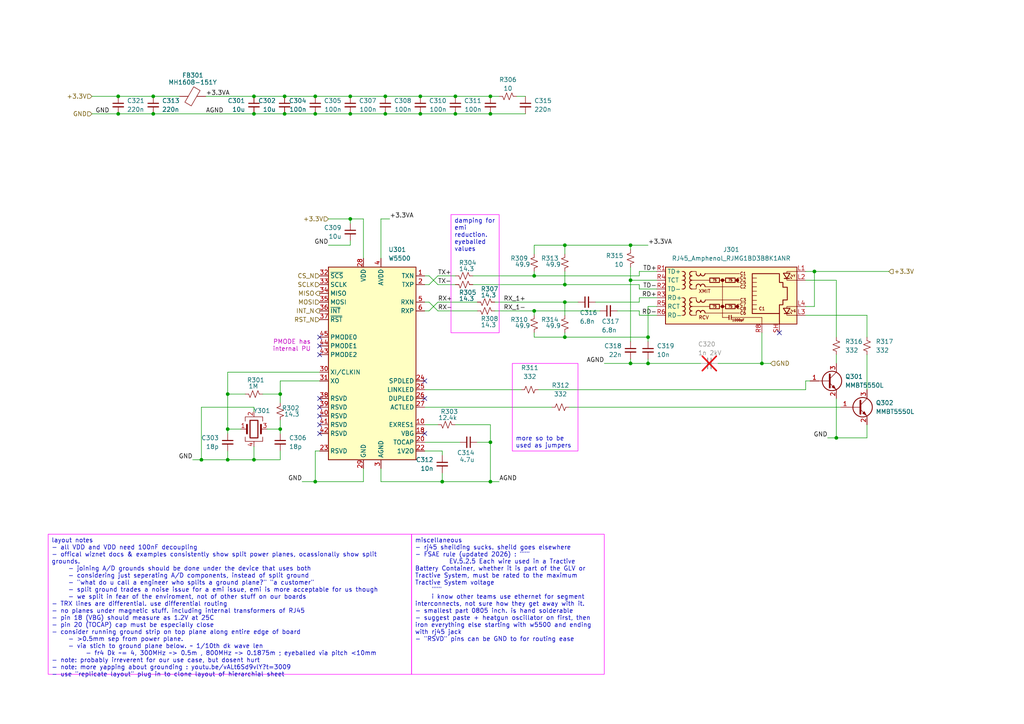
<source format=kicad_sch>
(kicad_sch (version 20250114) (generator "eeschema") (generator_version "9.0")
  (paper "A4")
  (title_block (title "spi ethernet controller") (date "2026-01-08") (rev "1.1") (company "UTA Racing") (comment 1 "Files at github.com/Gregification/BeeMS"))
  (text "PMODE has\ninternal PU" (at 90.17 98.552 0) (effects (font (size 1.27 1.27)) (justify right top)))
  (text_box "miscellaneous\n- rj45 sheilding sucks. sheild goes elsewhere\n- FSAE rule (updated 2026) : \"\"\"\n		EV.5.2.5 Each wire used in a Tractive Battery Container, whether it is part of the GLV or Tractive System, must be rated to the maximum Tractive System voltage\n	\"\"\"\n	i know other teams use ethernet for segment interconnects, not sure how they get away with it.\n- smallest part 0805 inch. is hand solderable\n- suggest paste + heatgun oscillator on first, then iron everything else starting with w5500 and ending with rj45 jack\n- \"RSVD\" pins can be GND to for routing ease" (at 119.38 154.94 0) (size 55.88 40.64) (margins 0.9525 0.9525 0.9525 0.9525) (stroke (width 0) (color 255 0 255 1)) (effects (font (size 1.27 1.27)) (justify left top)))
  (text_box "damping for emi reduction. eyeballed values" (at 130.81 62.23 0) (size 13.97 34.29) (margins 0.9525 0.9525 0.9525 0.9525) (stroke (width 0) (color 255 0 255 1)) (effects (font (size 1.27 1.27)) (justify left top)))
  (text_box "more so to be used as jumpers" (at 148.59 105.41 0) (size 19.05 25.4) (margins 0.9525 0.9525 0.9525 0.9525) (stroke (width 0) (color 255 0 255 1)) (effects (font (size 1.27 1.27)) (justify left bottom)))
  (text_box "layout notes\n- all VDD and VDD need 100nF decoupling\n- offical wiznet docs & examples consistently show split power planes, ocassionally show split grounds.\n	- joining A/D grounds should be done under the device that uses both\n	- considering just seperating A/D components, instead of split ground\n	- \"what do u call a engineer who splits a ground plane?\" \"a customer\"\n	- split ground trades a noise issue for a emi issue, emi is more acceptable for us though\n	- we split in fear of the enviroment, not of other stuff on our boards\n- TRX lines are differential. use differential routing\n- no planes under magnetic stuff. including internal transformers of RJ45\n- pin 18 (VBG) should measure as 1.2V at 25C\n- pin 20 (TOCAP) cap must be especially close\n- consider running ground strip on top plane along entire edge of board\n	- >0.5mm sep from power plane.\n	- via stich to ground plane below. ~ 1/10th dk wave len\n		- fr4 Dk ~= 4, 300MHz ~> 0.5m , 800MHz ~> 0.1875m ; eyeballed via pitch <10mm\n- note: probably irreverent for our use case, but dosent hurt\n- note: more yapping about grounding : youtu.be/vALt6Sd9vlY?t=3009\n- use \"replicate layout\" plug in to clone layout of hierarchial sheet" (at 13.97 154.94 0) (size 105.41 40.64) (margins 0.9525 0.9525 0.9525 0.9525) (stroke (width 0) (color 255 0 255 1)) (effects (font (size 1.27 1.27)) (justify left top)))
  (junction (at 81.28 124.46))
  (junction (at 163.83 97.79))
  (junction (at 163.83 82.55))
  (junction (at 128.27 139.7))
  (junction (at 132.08 27.94))
  (junction (at 121.92 33.02))
  (junction (at 142.24 27.94))
  (junction (at 142.24 33.02))
  (junction (at 91.44 33.02))
  (junction (at 154.94 90.17))
  (junction (at 101.6 63.5))
  (junction (at 44.45 27.94))
  (junction (at 73.66 33.02))
  (junction (at 154.94 80.01))
  (junction (at 66.04 114.3))
  (junction (at 182.88 71.12))
  (junction (at 111.76 27.94))
  (junction (at 101.6 27.94))
  (junction (at 34.29 27.94))
  (junction (at 91.44 27.94))
  (junction (at 220.98 105.41))
  (junction (at 142.24 139.7))
  (junction (at 111.76 33.02))
  (junction (at 142.24 128.27))
  (junction (at 73.66 133.35))
  (junction (at 82.55 33.02))
  (junction (at 163.83 87.63))
  (junction (at 66.04 124.46))
  (junction (at 182.88 105.41))
  (junction (at 132.08 33.02))
  (junction (at 236.22 78.74))
  (junction (at 163.83 71.12))
  (junction (at 91.44 139.7))
  (junction (at 66.04 133.35))
  (junction (at 242.57 127))
  (junction (at 73.66 27.94))
  (junction (at 121.92 27.94))
  (junction (at 101.6 33.02))
  (junction (at 58.42 133.35))
  (junction (at 182.88 81.28))
  (junction (at 44.45 33.02))
  (junction (at 187.96 97.79))
  (junction (at 187.96 105.41))
  (junction (at 34.29 33.02))
  (junction (at 81.28 114.3))
  (junction (at 82.55 27.94))
  (no_connect (at 92.71 115.57))
  (no_connect (at 92.71 123.19))
  (no_connect (at 92.71 120.65))
  (no_connect (at 92.71 100.33))
  (no_connect (at 226.06 96.52))
  (no_connect (at 123.19 125.73))
  (no_connect (at 92.71 102.87))
  (no_connect (at 123.19 110.49))
  (no_connect (at 92.71 125.73))
  (no_connect (at 92.71 97.79))
  (no_connect (at 92.71 118.11))
  (no_connect (at 123.19 115.57))
  (wire (pts (xy 182.88 81.28) (xy 182.88 99.06)))
  (wire (pts (xy 121.92 27.94) (xy 132.08 27.94)))
  (wire (pts (xy 163.83 71.12) (xy 154.94 71.12)))
  (wire (pts (xy 234.95 110.49) (xy 233.68 110.49)))
  (wire (pts (xy 143.51 87.63) (xy 163.83 87.63)))
  (wire (pts (xy 101.6 63.5) (xy 105.41 63.5)))
  (wire (pts (xy 101.6 33.02) (xy 111.76 33.02)))
  (wire (pts (xy 251.46 97.79) (xy 251.46 91.44)))
  (wire (pts (xy 69.85 124.46) (xy 66.04 124.46)))
  (wire (pts (xy 124.46 80.01) (xy 127 82.55)))
  (wire (pts (xy 66.04 107.95) (xy 66.04 114.3)))
  (wire (pts (xy 185.42 87.63) (xy 185.42 86.36)))
  (wire (pts (xy 66.04 114.3) (xy 66.04 124.46)))
  (wire (pts (xy 44.45 27.94) (xy 52.07 27.94)))
  (wire (pts (xy 55.88 133.35) (xy 58.42 133.35)))
  (wire (pts (xy 236.22 88.9) (xy 233.68 88.9)))
  (wire (pts (xy 77.47 124.46) (xy 81.28 124.46)))
  (wire (pts (xy 110.49 63.5) (xy 110.49 74.93)))
  (wire (pts (xy 124.46 82.55) (xy 127 80.01)))
  (wire (pts (xy 127 80.01) (xy 132.08 80.01)))
  (wire (pts (xy 59.69 27.94) (xy 73.66 27.94)))
  (wire (pts (xy 242.57 115.57) (xy 242.57 127)))
  (wire (pts (xy 182.88 81.28) (xy 190.5 81.28)))
  (wire (pts (xy 110.49 139.7) (xy 128.27 139.7)))
  (wire (pts (xy 58.42 118.11) (xy 58.42 133.35)))
  (wire (pts (xy 182.88 71.12) (xy 187.96 71.12)))
  (wire (pts (xy 163.83 71.12) (xy 182.88 71.12)))
  (wire (pts (xy 137.16 82.55) (xy 163.83 82.55)))
  (wire (pts (xy 82.55 33.02) (xy 91.44 33.02)))
  (wire (pts (xy 105.41 139.7) (xy 105.41 135.89)))
  (wire (pts (xy 101.6 64.77) (xy 101.6 63.5)))
  (wire (pts (xy 123.19 128.27) (xy 133.35 128.27)))
  (wire (pts (xy 111.76 33.02) (xy 121.92 33.02)))
  (wire (pts (xy 95.25 71.12) (xy 101.6 71.12)))
  (wire (pts (xy 123.19 113.03) (xy 151.13 113.03)))
  (wire (pts (xy 182.88 105.41) (xy 187.96 105.41)))
  (wire (pts (xy 156.21 113.03) (xy 233.68 113.03)))
  (wire (pts (xy 66.04 133.35) (xy 73.66 133.35)))
  (wire (pts (xy 236.22 78.74) (xy 257.81 78.74)))
  (wire (pts (xy 185.42 86.36) (xy 190.5 86.36)))
  (wire (pts (xy 163.83 82.55) (xy 163.83 78.74)))
  (wire (pts (xy 138.43 128.27) (xy 142.24 128.27)))
  (wire (pts (xy 208.28 105.41) (xy 220.98 105.41)))
  (wire (pts (xy 251.46 127) (xy 251.46 123.19)))
  (wire (pts (xy 242.57 102.87) (xy 242.57 105.41)))
  (wire (pts (xy 81.28 133.35) (xy 81.28 130.81)))
  (wire (pts (xy 101.6 27.94) (xy 111.76 27.94)))
  (wire (pts (xy 154.94 80.01) (xy 154.94 78.74)))
  (wire (pts (xy 127 90.17) (xy 138.43 90.17)))
  (wire (pts (xy 91.44 33.02) (xy 101.6 33.02)))
  (wire (pts (xy 82.55 27.94) (xy 91.44 27.94)))
  (wire (pts (xy 142.24 139.7) (xy 144.78 139.7)))
  (wire (pts (xy 91.44 130.81) (xy 91.44 139.7)))
  (wire (pts (xy 142.24 128.27) (xy 142.24 139.7)))
  (wire (pts (xy 185.42 80.01) (xy 185.42 78.74)))
  (wire (pts (xy 163.83 87.63) (xy 163.83 91.44)))
  (wire (pts (xy 240.03 127) (xy 242.57 127)))
  (wire (pts (xy 236.22 78.74) (xy 236.22 88.9)))
  (wire (pts (xy 242.57 127) (xy 251.46 127)))
  (wire (pts (xy 66.04 114.3) (xy 71.12 114.3)))
  (wire (pts (xy 185.42 82.55) (xy 185.42 83.82)))
  (wire (pts (xy 81.28 110.49) (xy 92.71 110.49)))
  (wire (pts (xy 163.83 97.79) (xy 163.83 96.52)))
  (wire (pts (xy 163.83 71.12) (xy 163.83 73.66)))
  (wire (pts (xy 185.42 78.74) (xy 190.5 78.74)))
  (wire (pts (xy 101.6 71.12) (xy 101.6 69.85)))
  (wire (pts (xy 73.66 133.35) (xy 81.28 133.35)))
  (wire (pts (xy 66.04 107.95) (xy 92.71 107.95)))
  (wire (pts (xy 187.96 88.9) (xy 190.5 88.9)))
  (wire (pts (xy 236.22 78.74) (xy 233.68 78.74)))
  (wire (pts (xy 154.94 97.79) (xy 163.83 97.79)))
  (wire (pts (xy 128.27 139.7) (xy 142.24 139.7)))
  (wire (pts (xy 123.19 87.63) (xy 124.46 87.63)))
  (wire (pts (xy 143.51 90.17) (xy 154.94 90.17)))
  (wire (pts (xy 142.24 33.02) (xy 152.4 33.02)))
  (wire (pts (xy 73.66 33.02) (xy 82.55 33.02)))
  (wire (pts (xy 91.44 27.94) (xy 101.6 27.94)))
  (wire (pts (xy 142.24 27.94) (xy 144.78 27.94)))
  (wire (pts (xy 154.94 90.17) (xy 173.99 90.17)))
  (wire (pts (xy 163.83 97.79) (xy 187.96 97.79)))
  (wire (pts (xy 187.96 99.06) (xy 187.96 97.79)))
  (wire (pts (xy 137.16 80.01) (xy 154.94 80.01)))
  (wire (pts (xy 73.66 129.54) (xy 73.66 133.35)))
  (wire (pts (xy 81.28 114.3) (xy 81.28 116.84)))
  (wire (pts (xy 110.49 63.5) (xy 113.03 63.5)))
  (wire (pts (xy 132.08 123.19) (xy 142.24 123.19)))
  (wire (pts (xy 121.92 33.02) (xy 132.08 33.02)))
  (wire (pts (xy 251.46 113.03) (xy 251.46 102.87)))
  (wire (pts (xy 132.08 27.94) (xy 142.24 27.94)))
  (wire (pts (xy 124.46 90.17) (xy 127 87.63)))
  (wire (pts (xy 73.66 118.11) (xy 73.66 119.38)))
  (wire (pts (xy 128.27 139.7) (xy 128.27 137.16)))
  (wire (pts (xy 58.42 133.35) (xy 66.04 133.35)))
  (wire (pts (xy 187.96 97.79) (xy 187.96 88.9)))
  (wire (pts (xy 44.45 33.02) (xy 73.66 33.02)))
  (wire (pts (xy 185.42 90.17) (xy 185.42 91.44)))
  (wire (pts (xy 163.83 87.63) (xy 167.64 87.63)))
  (wire (pts (xy 220.98 105.41) (xy 220.98 96.52)))
  (wire (pts (xy 185.42 83.82) (xy 190.5 83.82)))
  (wire (pts (xy 87.63 139.7) (xy 91.44 139.7)))
  (wire (pts (xy 149.86 27.94) (xy 152.4 27.94)))
  (wire (pts (xy 233.68 81.28) (xy 242.57 81.28)))
  (wire (pts (xy 91.44 130.81) (xy 92.71 130.81)))
  (wire (pts (xy 110.49 139.7) (xy 110.49 135.89)))
  (wire (pts (xy 175.26 105.41) (xy 182.88 105.41)))
  (wire (pts (xy 34.29 33.02) (xy 44.45 33.02)))
  (wire (pts (xy 123.19 123.19) (xy 127 123.19)))
  (wire (pts (xy 163.83 82.55) (xy 185.42 82.55)))
  (wire (pts (xy 220.98 105.41) (xy 223.52 105.41)))
  (wire (pts (xy 127 87.63) (xy 138.43 87.63)))
  (wire (pts (xy 233.68 91.44) (xy 251.46 91.44)))
  (wire (pts (xy 81.28 121.92) (xy 81.28 124.46)))
  (wire (pts (xy 73.66 27.94) (xy 82.55 27.94)))
  (wire (pts (xy 123.19 118.11) (xy 160.02 118.11)))
  (wire (pts (xy 127 82.55) (xy 132.08 82.55)))
  (wire (pts (xy 154.94 73.66) (xy 154.94 71.12)))
  (wire (pts (xy 185.42 91.44) (xy 190.5 91.44)))
  (wire (pts (xy 172.72 87.63) (xy 185.42 87.63)))
  (wire (pts (xy 81.28 125.73) (xy 81.28 124.46)))
  (wire (pts (xy 66.04 130.81) (xy 66.04 133.35)))
  (wire (pts (xy 179.07 90.17) (xy 185.42 90.17)))
  (wire (pts (xy 154.94 96.52) (xy 154.94 97.79)))
  (wire (pts (xy 81.28 110.49) (xy 81.28 114.3)))
  (wire (pts (xy 165.1 118.11) (xy 243.84 118.11)))
  (wire (pts (xy 111.76 27.94) (xy 121.92 27.94)))
  (wire (pts (xy 142.24 123.19) (xy 142.24 128.27)))
  (wire (pts (xy 233.68 113.03) (xy 233.68 110.49)))
  (wire (pts (xy 66.04 124.46) (xy 66.04 125.73)))
  (wire (pts (xy 182.88 71.12) (xy 182.88 72.39)))
  (wire (pts (xy 124.46 87.63) (xy 127 90.17)))
  (wire (pts (xy 123.19 90.17) (xy 124.46 90.17)))
  (wire (pts (xy 58.42 118.11) (xy 73.66 118.11)))
  (wire (pts (xy 128.27 130.81) (xy 123.19 130.81)))
  (wire (pts (xy 95.25 63.5) (xy 101.6 63.5)))
  (wire (pts (xy 187.96 105.41) (xy 187.96 104.14)))
  (wire (pts (xy 132.08 33.02) (xy 142.24 33.02)))
  (wire (pts (xy 182.88 105.41) (xy 182.88 104.14)))
  (wire (pts (xy 154.94 91.44) (xy 154.94 90.17)))
  (wire (pts (xy 128.27 132.08) (xy 128.27 130.81)))
  (wire (pts (xy 26.67 33.02) (xy 34.29 33.02)))
  (wire (pts (xy 182.88 77.47) (xy 182.88 81.28)))
  (wire (pts (xy 26.67 27.94) (xy 34.29 27.94)))
  (wire (pts (xy 91.44 139.7) (xy 105.41 139.7)))
  (wire (pts (xy 34.29 27.94) (xy 44.45 27.94)))
  (wire (pts (xy 105.41 63.5) (xy 105.41 74.93)))
  (wire (pts (xy 154.94 80.01) (xy 185.42 80.01)))
  (wire (pts (xy 187.96 105.41) (xy 203.2 105.41)))
  (wire (pts (xy 76.2 114.3) (xy 81.28 114.3)))
  (wire (pts (xy 123.19 80.01) (xy 124.46 80.01)))
  (wire (pts (xy 242.57 81.28) (xy 242.57 97.79)))
  (wire (pts (xy 123.19 82.55) (xy 124.46 82.55)))
  (label "TX+" (at 127 80.01 0))
  (label "AGND" (at 59.69 33.02 0))
  (label "+3.3VA" (at 59.69 27.94 0))
  (label "RX_1-" (at 146.05 90.17 0))
  (label "RX_1+" (at 146.05 87.63 0))
  (label "RD-" (at 190.5 91.44 180))
  (label "GND" (at 31.75 33.02 180))
  (label "GND" (at 95.25 71.12 180))
  (label "AGND" (at 144.78 139.7 0))
  (label "RX+" (at 127 87.63 0))
  (label "TX-" (at 127 82.55 0))
  (label "RD+" (at 190.5 86.36 180))
  (label "AGND" (at 175.26 105.41 180))
  (label "+3.3VA" (at 187.96 71.12 0))
  (label "TD+" (at 190.5 78.74 180))
  (label "GND" (at 240.03 127 180))
  (label "RX-" (at 127 90.17 0))
  (label "TD-" (at 190.5 83.82 180))
  (label "+3.3VA" (at 113.03 63.5 0))
  (label "GND" (at 55.88 133.35 180))
  (label "GND" (at 87.63 139.7 180))
  (hierarchical_label "GND" (shape input) (at 223.52 105.41 0))
  (hierarchical_label "+3.3V" (shape input) (at 95.25 63.5 180))
  (hierarchical_label "RST_N" (shape input) (at 92.71 92.71 180))
  (hierarchical_label "MISO" (shape output) (at 92.71 85.09 180))
  (hierarchical_label "+3.3V" (shape input) (at 257.81 78.74 0))
  (hierarchical_label "GND" (shape input) (at 26.67 33.02 180))
  (hierarchical_label "MOSI" (shape input) (at 92.71 87.63 180))
  (hierarchical_label "+3.3V" (shape input) (at 26.67 27.94 180))
  (hierarchical_label "SCLK" (shape input) (at 92.71 82.55 180))
  (hierarchical_label "INT_N" (shape output) (at 92.71 90.17 180))
  (hierarchical_label "CS_N" (shape input) (at 92.71 80.01 180))
  (symbol (lib_id "Device:R_Small_US") (at 182.88 74.93 0) (mirror y) (unit 1)
    (property "Reference" "R315" (at 180.848 74.168 0) (effects (justify left)))
    (property "Value" "10" (at 180.848 76.708 0) (effects (justify left)))
    (property "Footprint" "Resistor_SMD:R_0805_2012Metric_Pad1.20x1.40mm_HandSolder" (effects (hide yes)))
    (property "Description" "Resistor, US symbol" (effects (hide yes)))
    (property "mouser" "https://www.mouser.com/ProductDetail/KOA-Speer/RK73H2ATTD10R0F?qs=sGAEpiMZZMvdGkrng054t0qbyaLLndygtMfKrqE8ToI%3D" (effects (hide yes)))
    (property "specs" "10R, 150V, 250mW, 1%, 100ppm, -55C, +155C" (effects (hide yes)))
    (property "unit x1" "0.10" (effects (hide yes)))
    (property "unit x10" "0.02" (effects (hide yes)))
    (instances (project "W5500 testing" (path "" (reference "R315") (unit 1))) (project "W5500 testing" (path "" (reference "R?") (unit 1))))
  )
  (symbol (lib_id "Device:R_Small_US") (at 134.62 82.55 90) (mirror x) (unit 1)
    (property "Reference" "R305" (at 133.096 84.836 90) (effects (justify right)))
    (property "Value" "14.3" (at 133.096 86.614 90) (effects (justify right)))
    (property "Footprint" "Resistor_SMD:R_0805_2012Metric_Pad1.20x1.40mm_HandSolder" (effects (hide yes)))
    (property "Description" "Resistor, US symbol" (effects (hide yes)))
    (property "mouser" "https://www.mouser.com/ProductDetail/KOA-Speer/RK73H2ATTD14R3F?qs=sGAEpiMZZMvdGkrng054tzl5geC4ftCS2xF%2Fs66%2F7iY%3D" (effects (hide yes)))
    (property "specs" "14.3R, 250mW, 1%, 100ppm, 150V, -55C, +155C" (effects (hide yes)))
    (property "unit x1" "0.10" (effects (hide yes)))
    (property "unit x10" "0.02" (effects (hide yes)))
    (instances (project "W5500 testing" (path "" (reference "R305") (unit 1))) (project "W5500 testing" (path "" (reference "R?") (unit 1))))
  )
  (symbol (lib_id "Interface_Ethernet:W5500") (at 107.95 105.41 0) (unit 1)
    (property "Reference" "U301" (at 112.6333 72.39 0) (effects (justify left)))
    (property "Value" "W5500" (at 112.6333 74.93 0) (effects (justify left)))
    (property "Footprint" "Package_QFP:LQFP-48_7x7mm_P0.5mm" (effects (hide yes)))
    (property "Datasheet" "http://wizwiki.net/wiki/lib/exe/fetch.php/products:w5500:w5500_ds_v109e.pdf" (effects (hide yes)))
    (property "Description" "10/100Mb SPI Ethernet controller with TCP/IP stack, LQFP-48" (effects (hide yes)))
    (property "mouser" "https://www.mouser.com/ProductDetail/WIZnet/W5500?qs=2vh%252B45pPFtzthUpYPd4pqA%3D%3D&srsltid=AfmBOooS_FwSksJzNIrEWxsXr2WyGB4jGlrzDUdR5nOADXI-EfhrY8FA" (effects (hide yes)))
    (property "unit x10" "2.77" (effects (hide yes)))
    (property "unit x1" "3.67" (effects (hide yes)))
    (instances (project "W5500 testing" (path "" (reference "U301") (unit 1))) (project "W5500 testing" (path "" (reference "U?") (unit 1))))
  )
  (symbol (lib_id "Device:C_Small") (at 73.66 30.48 0) (mirror y) (unit 1)
    (property "Reference" "C301" (at 71.12 29.2162 0) (effects (justify left)))
    (property "Value" "10u" (at 71.12 31.7562 0) (effects (justify left)))
    (property "Footprint" "Capacitor_SMD:C_1206_3216Metric_Pad1.33x1.80mm_HandSolder" (effects (hide yes)))
    (property "mouser" "https://www.mouser.com/ProductDetail/Samsung-Electro-Mechanics/CL31A106KBHNNNE?qs=sGAEpiMZZMsh%252B1woXyUXjxqcB7t9naYpzWmpMbMJIKQ%3D" (effects (hide yes)))
    (property "specs" "10uF, 50VDC, X5R, 10%, -55C, +85C" (effects (hide yes)))
    (property "unit x10" "0.07" (effects (hide yes)))
    (property "unit x1" "0.10" (effects (hide yes)))
    (instances (project "W5500 testing" (path "" (reference "C301") (unit 1))) (project "W5500 testing" (path "" (reference "C?") (unit 1))))
  )
  (symbol (lib_id "Device:R_Small_US") (at 251.46 100.33 0) (unit 1)
    (property "Reference" "R317" (at 254 99.0599 0) (effects (justify left)))
    (property "Value" "332" (at 254 101.5999 0) (effects (justify left)))
    (property "Footprint" "Resistor_SMD:R_1206_3216Metric_Pad1.30x1.75mm_HandSolder" (effects (hide yes)))
    (property "Description" "Resistor, small US symbol" (effects (hide yes)))
    (property "specs" "332 ohm, 250mW, 200V, 1%, 100ppm, -55C, +155C" (effects (hide yes)))
    (property "mouser" "https://www.mouser.com/ProductDetail/YAGEO/AC1206FR-07332RL?qs=sGAEpiMZZMvdGkrng054txZnKwhPFOhA4suuzGTX%2F2A%3D" (effects (hide yes)))
    (property "unit x10" "0.016" (effects (hide yes)))
    (property "unit x1" "0.10" (effects (hide yes)))
    (instances (project "W5500 testing" (path "" (reference "R317") (unit 1))) (project "W5500 testing" (path "" (reference "R?") (unit 1))))
  )
  (symbol (lib_id "Device:R_Small_US") (at 81.28 119.38 0) (mirror x) (unit 1)
    (property "Reference" "R302" (at 86.868 118.364 0) (effects (justify right)))
    (property "Value" "14.3" (at 86.868 120.142 0) (effects (justify right)))
    (property "Footprint" "Resistor_SMD:R_0805_2012Metric_Pad1.20x1.40mm_HandSolder" (effects (hide yes)))
    (property "Description" "Resistor, US symbol" (effects (hide yes)))
    (property "mouser" "https://www.mouser.com/ProductDetail/KOA-Speer/RK73H2ATTD14R3F?qs=sGAEpiMZZMvdGkrng054tzl5geC4ftCS2xF%2Fs66%2F7iY%3D" (effects (hide yes)))
    (property "specs" "14.3R, 250mW, 1%, 100ppm, 150V, -55C, +155C" (effects (hide yes)))
    (property "unit x1" "0.10" (effects (hide yes)))
    (property "unit x10" "0.02" (effects (hide yes)))
    (instances (project "W5500 testing" (path "" (reference "R302") (unit 1))) (project "W5500 testing" (path "" (reference "R?") (unit 1))))
  )
  (symbol (lib_id "Device:FerriteBead") (at 55.88 27.94 90) (unit 1)
    (property "Reference" "FB301" (at 55.9308 21.844 90))
    (property "Value" "MH1608-151Y" (at 55.88 23.876 90))
    (property "Footprint" "Inductor_SMD:L_0603_1608Metric_Pad1.05x0.95mm_HandSolder" (effects (hide yes)))
    (property "Description" "Ferrite bead" (effects (hide yes)))
    (property "specs" "150R@100Mhz +-25%, 0.1@DC, 2A max, -55C, +125C" (effects (hide yes)))
    (property "mouser" "https://www.mouser.com/ProductDetail/Bourns/MH1608-151Y?qs=aqFbwuCjQomGpgiGtpDD0g%3D%3D" (effects (hide yes)))
    (property "unit x1" "0.10" (effects (hide yes)))
    (property "unit x10" "0.07" (effects (hide yes)))
    (property "unit x25" "0.055" (effects (hide yes)))
  )
  (symbol (lib_id "Device:C_Small") (at 132.08 30.48 0) (mirror y) (unit 1)
    (property "Reference" "C310" (at 129.54 29.2162 0) (effects (justify left)))
    (property "Value" "100n" (at 129.54 31.7562 0) (effects (justify left)))
    (property "Footprint" "Capacitor_SMD:C_0603_1608Metric_Pad1.08x0.95mm_HandSolder" (effects (hide yes)))
    (property "mouser" "https://www.mouser.com/ProductDetail/Wurth-Elektronik/885012206095?qs=0KOYDY2FL2%2FIErXVpcsrTQ%3D%3D" (effects (hide yes)))
    (property "specs" "100nF, 10%, 50V, X7R, -55C, +125C" (effects (hide yes)))
    (property "unit x10" "0.029" (effects (hide yes)))
    (property "unit x1" "0.10" (effects (hide yes)))
    (property "unit x50" "0.02" (effects (hide yes)))
    (property "unit x100" "0.017" (effects (hide yes)))
    (instances (project "W5500 testing" (path "" (reference "C310") (unit 1))) (project "W5500 testing" (path "" (reference "C?") (unit 1))))
  )
  (symbol (lib_id "Device:C_Small") (at 182.88 101.6 0) (mirror y) (unit 1)
    (property "Reference" "C318" (at 180.34 100.3362 0) (effects (justify left)))
    (property "Value" "22n" (at 180.34 102.8762 0) (effects (justify left)))
    (property "Footprint" "Capacitor_SMD:C_0805_2012Metric_Pad1.18x1.45mm_HandSolder" (effects (hide yes)))
    (property "mouser" "https://www.mouser.com/ProductDetail/Samsung-Electro-Mechanics/CL21B223JBANNNC?qs=hqM3L16%252Bxle%2FHRWqvvaDSA%3D%3D" (effects (hide yes)))
    (property "specs" "22nF, 50Vdc, 5%, X7R, MLCC" (effects (hide yes)))
    (property "unit x10" "0.027" (effects (hide yes)))
    (property "unit x1" "0.10" (effects (hide yes)))
    (instances (project "W5500 testing" (path "" (reference "C318") (unit 1))) (project "W5500 testing" (path "" (reference "C?") (unit 1))))
  )
  (symbol (lib_id "Device:R_Small_US") (at 154.94 93.98 0) (mirror x) (unit 1)
    (property "Reference" "R310" (at 153.162 92.71 0) (effects (justify right)))
    (property "Value" "49.9" (at 149.352 94.488 0) (effects (justify left)))
    (property "Footprint" "Resistor_SMD:R_0805_2012Metric_Pad1.20x1.40mm_HandSolder" (effects (hide yes)))
    (property "Description" "Resistor, US symbol" (effects (hide yes)))
    (property "mouser" "https://www.mouser.com/ProductDetail/Vishay/CRCW080549R9FKEA?qs=sGAEpiMZZMvdGkrng054txEw7b1YnvGudG63Yk9YxfA%3D" (effects (hide yes)))
    (property "specs" "49.9 ohm, 250mW, 1% , 150V, 100ppm" (effects (hide yes)))
    (property "unit x10" "0.026" (effects (hide yes)))
    (property "unit x1" "0.1" (effects (hide yes)))
    (instances (project "W5500 testing" (path "" (reference "R310") (unit 1))) (project "W5500 testing" (path "" (reference "R?") (unit 1))))
  )
  (symbol (lib_id "Transistor_BJT:MMBT5550L") (at 248.92 118.11 0) (unit 1)
    (property "Reference" "Q302" (at 254 116.8399 0) (effects (justify left)))
    (property "Value" "MMBT5550L" (at 254 119.3799 0) (effects (justify left)))
    (property "Footprint" "Package_TO_SOT_SMD:SOT-23" (effects (hide yes)))
    (property "Datasheet" "www.onsemi.com/pub/Collateral/MMBT5550LT1-D.PDF" (effects (hide yes)))
    (property "Description" "0.6A Ic, 140V Vce, NPN Transistor, SOT-23" (effects (hide yes)))
    (property "mouser" "https://www.mouser.com/ProductDetail/onsemi/MMBT5550LT1G?qs=R2UZ7gjkEjKW3fmkaqXxTw%3D%3D" (effects (hide yes)))
    (property "unit x10" "0.087" (effects (hide yes)))
    (property "unit x1" "0.14" (effects (hide yes)))
    (instances (project "W5500 testing" (path "" (reference "Q302") (unit 1))) (project "W5500 testing" (path "" (reference "Q?") (unit 1))))
  )
  (symbol (lib_id "Device:C_Small") (at 121.92 30.48 0) (mirror y) (unit 1)
    (property "Reference" "C308" (at 119.38 29.2162 0) (effects (justify left)))
    (property "Value" "100n" (at 119.38 31.7562 0) (effects (justify left)))
    (property "Footprint" "Capacitor_SMD:C_0603_1608Metric_Pad1.08x0.95mm_HandSolder" (effects (hide yes)))
    (property "mouser" "https://www.mouser.com/ProductDetail/Wurth-Elektronik/885012206095?qs=0KOYDY2FL2%2FIErXVpcsrTQ%3D%3D" (effects (hide yes)))
    (property "specs" "100nF, 10%, 50V, X7R, -55C, +125C" (effects (hide yes)))
    (property "unit x10" "0.029" (effects (hide yes)))
    (property "unit x1" "0.10" (effects (hide yes)))
    (property "unit x50" "0.02" (effects (hide yes)))
    (property "unit x100" "0.017" (effects (hide yes)))
    (instances (project "W5500 testing" (path "" (reference "C308") (unit 1))) (project "W5500 testing" (path "" (reference "C?") (unit 1))))
  )
  (symbol (lib_id "Device:Crystal_GND24") (at 73.66 124.46 0) (unit 1)
    (property "Reference" "Y301" (at 75.946 119.126 0))
    (property "Value" "Crystal_GND24" (effects (hide yes)))
    (property "Footprint" "Crystal:Crystal_SMD_2016-4Pin_2.0x1.6mm" (effects (hide yes)))
    (property "Datasheet" "https://www.mouser.com/datasheet/3/294/1/ecx_1637.pdf" (effects (hide yes)))
    (property "Description" "Four pin crystal, GND on pins 2 and 4" (effects (hide yes)))
    (property "note" "i just realized mouser redirects datasheet links while digikey actually direct links to the manufacturer. its over mouser-bros, glowies quepon us" (effects (hide yes)))
    (property "mouser" "https://www.mouser.com/ProductDetail/ECS/ECS-250-10-37-JTN-TR?qs=wd5RIQLrsJj4twaawhdQqA%3D%3D&srsltid=AfmBOooSZat7ufaqYor3ubAk9rheod9cKZi13Bf2WCkAg_ansLX3aDbZ" (effects (hide yes)))
    (property "unit x1" "0.51" (effects (hide yes)))
    (property "unit x10" "0.422" (effects (hide yes)))
    (instances (project "" (path "" (reference "Y301") (unit 1))) (project "" (path "" (reference "Y?") (unit 1))))
  )
  (symbol (lib_id "Device:C_Small") (at 91.44 30.48 0) (mirror y) (unit 1)
    (property "Reference" "C304" (at 88.9 29.2162 0) (effects (justify left)))
    (property "Value" "100n" (at 88.9 31.7562 0) (effects (justify left)))
    (property "Footprint" "Capacitor_SMD:C_0603_1608Metric_Pad1.08x0.95mm_HandSolder" (effects (hide yes)))
    (property "mouser" "https://www.mouser.com/ProductDetail/Wurth-Elektronik/885012206095?qs=0KOYDY2FL2%2FIErXVpcsrTQ%3D%3D" (effects (hide yes)))
    (property "specs" "100nF, 10%, 50V, X7R, -55C, +125C" (effects (hide yes)))
    (property "unit x10" "0.029" (effects (hide yes)))
    (property "unit x1" "0.10" (effects (hide yes)))
    (property "unit x50" "0.02" (effects (hide yes)))
    (property "unit x100" "0.017" (effects (hide yes)))
    (instances (project "W5500 testing" (path "" (reference "C304") (unit 1))) (project "W5500 testing" (path "" (reference "C?") (unit 1))))
  )
  (symbol (lib_id "Device:C_Small") (at 170.18 87.63 90) (mirror x) (unit 1)
    (property "Reference" "C316" (at 168.148 90.678 90) (effects (justify right)))
    (property "Value" "6.8n" (at 168.148 93.218 90) (effects (justify right)))
    (property "Footprint" "Capacitor_SMD:C_0805_2012Metric_Pad1.18x1.45mm_HandSolder" (effects (hide yes)))
    (property "mouser" "https://www.mouser.com/ProductDetail/Murata-Electronics/GRM2195C2A682JA01D?qs=rrS6PyfT74cP1xu8goU9mQ%3D%3D" (effects (hide yes)))
    (property "specs" "6800pF, 5%, 100VDC, -55C, +125C, MLCC" (effects (hide yes)))
    (property "unit x10" "0.039" (effects (hide yes)))
    (property "unit x1" "0.10" (effects (hide yes)))
    (instances (project "W5500 testing" (path "" (reference "C316") (unit 1))) (project "W5500 testing" (path "" (reference "C?") (unit 1))))
  )
  (symbol (lib_id "Device:R_Small_US") (at 129.54 123.19 90) (mirror x) (unit 1)
    (property "Reference" "R303" (at 127.762 119.38 90) (effects (justify right)))
    (property "Value" "12.4k" (at 132.588 121.158 90) (effects (justify left)))
    (property "Footprint" "Resistor_SMD:R_0805_2012Metric_Pad1.20x1.40mm_HandSolder" (effects (hide yes)))
    (property "Description" "Resistor, US symbol" (effects (hide yes)))
    (property "mouser" "https://www.mouser.com/ProductDetail/Susumu/RR1220P-1242-D-M?qs=sGAEpiMZZMvdGkrng054t0uOsFOTJMhbkKY3D7%2FGR%2FA%3D" (effects (hide yes)))
    (property "specs" "12.4k ohm, 0.5%, 100mW, 100V, 25ppm, -55C, +125C" (effects (hide yes)))
    (property "unit x10" "0.028" (effects (hide yes)))
    (property "unit x1" "0.1" (effects (hide yes)))
    (instances (project "W5500 testing" (path "" (reference "R303") (unit 1))) (project "W5500 testing" (path "" (reference "R?") (unit 1))))
  )
  (symbol (lib_id "Device:C_Small") (at 152.4 30.48 0) (unit 1)
    (property "Reference" "C315" (at 154.94 29.2162 0) (effects (justify left)))
    (property "Value" "220n" (at 154.94 31.7562 0) (effects (justify left)))
    (property "Footprint" "Capacitor_SMD:C_0805_2012Metric_Pad1.18x1.45mm_HandSolder" (effects (hide yes)))
    (property "Datasheet" "https://www.mouser.com/ProductDetail/Samsung-Electro-Mechanics/CL31B224KBFNNNF?qs=sGAEpiMZZMsh%252B1woXyUXj7iNKXiFkBmw7C%252BUlKpuDJ8%3D" (effects (hide yes)))
    (property "mouser" "https://www.mouser.com/ProductDetail/Samsung-Electro-Mechanics/CL21B224KCFSFNE?qs=664zcAxDQ0l4Y1eUk6Zc1g%3D%3D" (effects (hide yes)))
    (property "specs" "100VDC, X7R, 10%, -55C, +125C, 220nF" (effects (hide yes)))
    (property "unit x10" "0.054" (effects (hide yes)))
    (property "unit x1" "0.14" (effects (hide yes)))
  )
  (symbol (lib_id "Device:R_Small_US") (at 154.94 76.2 0) (mirror x) (unit 1)
    (property "Reference" "R309" (at 153.162 74.93 0) (effects (justify right)))
    (property "Value" "49.9" (at 149.352 76.708 0) (effects (justify left)))
    (property "Footprint" "Resistor_SMD:R_0805_2012Metric_Pad1.20x1.40mm_HandSolder" (effects (hide yes)))
    (property "Description" "Resistor, US symbol" (effects (hide yes)))
    (property "mouser" "https://www.mouser.com/ProductDetail/Vishay/CRCW080549R9FKEA?qs=sGAEpiMZZMvdGkrng054txEw7b1YnvGudG63Yk9YxfA%3D" (effects (hide yes)))
    (property "specs" "49.9 ohm, 250mW, 1% , 150V, 100ppm" (effects (hide yes)))
    (property "unit x10" "0.026" (effects (hide yes)))
    (property "unit x1" "0.1" (effects (hide yes)))
    (instances (project "W5500 testing" (path "" (reference "R309") (unit 1))) (project "W5500 testing" (path "" (reference "R?") (unit 1))))
  )
  (symbol (lib_id "Device:C_Small") (at 142.24 30.48 0) (mirror y) (unit 1)
    (property "Reference" "C311" (at 139.7 29.2162 0) (effects (justify left)))
    (property "Value" "100n" (at 139.7 31.7562 0) (effects (justify left)))
    (property "Footprint" "Capacitor_SMD:C_0603_1608Metric_Pad1.08x0.95mm_HandSolder" (effects (hide yes)))
    (property "mouser" "https://www.mouser.com/ProductDetail/Wurth-Elektronik/885012206095?qs=0KOYDY2FL2%2FIErXVpcsrTQ%3D%3D" (effects (hide yes)))
    (property "specs" "100nF, 10%, 50V, X7R, -55C, +125C" (effects (hide yes)))
    (property "unit x10" "0.029" (effects (hide yes)))
    (property "unit x1" "0.10" (effects (hide yes)))
    (property "unit x50" "0.02" (effects (hide yes)))
    (property "unit x100" "0.017" (effects (hide yes)))
    (instances (project "W5500 testing" (path "" (reference "C311") (unit 1))) (project "W5500 testing" (path "" (reference "C?") (unit 1))))
  )
  (symbol (lib_id "Device:R_Small_US") (at 242.57 100.33 180) (unit 1)
    (property "Reference" "R316" (at 245.11 99.0599 0) (effects (justify right)))
    (property "Value" "332" (at 245.11 101.5999 0) (effects (justify right)))
    (property "Footprint" "Resistor_SMD:R_1206_3216Metric_Pad1.30x1.75mm_HandSolder" (effects (hide yes)))
    (property "Description" "Resistor, small US symbol" (effects (hide yes)))
    (property "specs" "332 ohm, 250mW, 200V, 1%, 100ppm, -55C, +155C" (effects (hide yes)))
    (property "mouser" "https://www.mouser.com/ProductDetail/YAGEO/AC1206FR-07332RL?qs=sGAEpiMZZMvdGkrng054txZnKwhPFOhA4suuzGTX%2F2A%3D" (effects (hide yes)))
    (property "unit x10" "0.016" (effects (hide yes)))
    (property "unit x1" "0.10" (effects (hide yes)))
    (instances (project "W5500 testing" (path "" (reference "R316") (unit 1))) (project "W5500 testing" (path "" (reference "R?") (unit 1))))
  )
  (symbol (lib_id "Device:C_Small") (at 128.27 134.62 0) (mirror y) (unit 1)
    (property "Reference" "C312" (at 125.73 133.3562 0) (effects (justify left)))
    (property "Value" "10n" (at 125.73 135.8962 0) (effects (justify left)))
    (property "Footprint" "Capacitor_SMD:C_0805_2012Metric_Pad1.18x1.45mm_HandSolder" (effects (hide yes)))
    (property "mouser" "https://www.mouser.com/ProductDetail/KYOCERA-AVX/08051C103J4Z2A?qs=k4kUdCzLgS7mcJ89o4qEaA%3D%3D" (effects (hide yes)))
    (property "specs" "10nF, 5%, 100VDC, X7R, MLCC" (effects (hide yes)))
    (property "unit x10" "0.04" (effects (hide yes)))
    (property "unit x1" "0.10" (effects (hide yes)))
    (instances (project "W5500 testing" (path "" (reference "C312") (unit 1))) (project "W5500 testing" (path "" (reference "C?") (unit 1))))
  )
  (symbol (lib_id "Device:C_Small") (at 34.29 30.48 0) (unit 1)
    (property "Reference" "C321" (at 36.83 29.2162 0) (effects (justify left)))
    (property "Value" "220n" (at 36.83 31.7562 0) (effects (justify left)))
    (property "Footprint" "Capacitor_SMD:C_0805_2012Metric_Pad1.18x1.45mm_HandSolder" (effects (hide yes)))
    (property "Datasheet" "https://www.mouser.com/ProductDetail/Samsung-Electro-Mechanics/CL31B224KBFNNNF?qs=sGAEpiMZZMsh%252B1woXyUXj7iNKXiFkBmw7C%252BUlKpuDJ8%3D" (effects (hide yes)))
    (property "mouser" "https://www.mouser.com/ProductDetail/Samsung-Electro-Mechanics/CL21B224KCFSFNE?qs=664zcAxDQ0l4Y1eUk6Zc1g%3D%3D" (effects (hide yes)))
    (property "specs" "100VDC, X7R, 10%, -55C, +125C, 220nF" (effects (hide yes)))
    (property "unit x10" "0.054" (effects (hide yes)))
    (property "unit x1" "0.14" (effects (hide yes)))
  )
  (symbol (lib_id "Device:R_Small_US") (at 134.62 80.01 270) (mirror x) (unit 1)
    (property "Reference" "R304" (at 133.096 76.2 90) (effects (justify left)))
    (property "Value" "14.3" (at 133.096 77.978 90) (effects (justify left)))
    (property "Footprint" "Resistor_SMD:R_0805_2012Metric_Pad1.20x1.40mm_HandSolder" (effects (hide yes)))
    (property "Description" "Resistor, US symbol" (effects (hide yes)))
    (property "mouser" "https://www.mouser.com/ProductDetail/KOA-Speer/RK73H2ATTD14R3F?qs=sGAEpiMZZMvdGkrng054tzl5geC4ftCS2xF%2Fs66%2F7iY%3D" (effects (hide yes)))
    (property "specs" "14.3R, 250mW, 1%, 100ppm, 150V, -55C, +155C" (effects (hide yes)))
    (property "unit x1" "0.10" (effects (hide yes)))
    (property "unit x10" "0.02" (effects (hide yes)))
    (instances (project "W5500 testing" (path "" (reference "R304") (unit 1))) (project "W5500 testing" (path "" (reference "R?") (unit 1))))
  )
  (symbol (lib_id "Device:R_Small_US") (at 147.32 27.94 270) (mirror x) (unit 1)
    (property "Reference" "R306" (at 147.32 23.114 90))
    (property "Value" "10" (at 147.32 25.654 90))
    (property "Footprint" "Resistor_SMD:R_0805_2012Metric_Pad1.20x1.40mm_HandSolder" (effects (hide yes)))
    (property "Description" "Resistor, US symbol" (effects (hide yes)))
    (property "mouser" "https://www.mouser.com/ProductDetail/KOA-Speer/RK73H2ATTD10R0F?qs=sGAEpiMZZMvdGkrng054t0qbyaLLndygtMfKrqE8ToI%3D" (effects (hide yes)))
    (property "specs" "10R, 150V, 250mW, 1%, 100ppm, -55C, +155C" (effects (hide yes)))
    (property "unit x1" "0.10" (effects (hide yes)))
    (property "unit x10" "0.02" (effects (hide yes)))
  )
  (symbol (lib_id "Device:C_Small") (at 205.74 105.41 270) (mirror x) (unit 1) (in_bom no) (on_board no) (dnp yes)
    (property "Reference" "C320" (at 202.438 99.822 90) (effects (justify left)))
    (property "Value" "1n 2kV" (at 202.438 102.362 90) (effects (justify left)))
    (property "Footprint" "Capacitor_SMD:C_1206_3216Metric_Pad1.33x1.80mm_HandSolder" (effects (hide yes)))
    (property "mouser" "https://www.mouser.com/ProductDetail/YAGEO/CC1206JKX7RDBB102?qs=57cj7OiSijkgvK2TDpNpEA%3D%3D" (effects (hide yes)))
    (property "specs" "1n, 2kVDC, 5%, x7r, mlcc" (effects (hide yes)))
    (property "unit x10" "0.11" (effects (hide yes)))
    (property "unit x1" "0.26" (effects (hide yes)))
    (instances (project "W5500 testing" (path "" (reference "C320") (unit 1))) (project "W5500 testing" (path "" (reference "C?") (unit 1))))
  )
  (symbol (lib_id "Device:R_Small_US") (at 140.97 87.63 270) (mirror x) (unit 1)
    (property "Reference" "R307" (at 139.446 83.82 90) (effects (justify left)))
    (property "Value" "14.3" (at 139.446 85.598 90) (effects (justify left)))
    (property "Footprint" "Resistor_SMD:R_0805_2012Metric_Pad1.20x1.40mm_HandSolder" (effects (hide yes)))
    (property "Description" "Resistor, US symbol" (effects (hide yes)))
    (property "mouser" "https://www.mouser.com/ProductDetail/KOA-Speer/RK73H2ATTD14R3F?qs=sGAEpiMZZMvdGkrng054tzl5geC4ftCS2xF%2Fs66%2F7iY%3D" (effects (hide yes)))
    (property "specs" "14.3R, 250mW, 1%, 100ppm, 150V, -55C, +155C" (effects (hide yes)))
    (property "unit x1" "0.10" (effects (hide yes)))
    (property "unit x10" "0.02" (effects (hide yes)))
    (instances (project "W5500 testing" (path "" (reference "R307") (unit 1))) (project "W5500 testing" (path "" (reference "R?") (unit 1))))
  )
  (symbol (lib_id "Device:C_Small") (at 44.45 30.48 0) (unit 1)
    (property "Reference" "C313" (at 46.99 29.2162 0) (effects (justify left)))
    (property "Value" "220n" (at 46.99 31.7562 0) (effects (justify left)))
    (property "Footprint" "Capacitor_SMD:C_0805_2012Metric_Pad1.18x1.45mm_HandSolder" (effects (hide yes)))
    (property "Datasheet" "https://www.mouser.com/ProductDetail/Samsung-Electro-Mechanics/CL31B224KBFNNNF?qs=sGAEpiMZZMsh%252B1woXyUXj7iNKXiFkBmw7C%252BUlKpuDJ8%3D" (effects (hide yes)))
    (property "mouser" "https://www.mouser.com/ProductDetail/Samsung-Electro-Mechanics/CL21B224KCFSFNE?qs=664zcAxDQ0l4Y1eUk6Zc1g%3D%3D" (effects (hide yes)))
    (property "specs" "100VDC, X7R, 10%, -55C, +125C, 220nF" (effects (hide yes)))
    (property "unit x10" "0.054" (effects (hide yes)))
    (property "unit x1" "0.14" (effects (hide yes)))
  )
  (symbol (lib_id "Device:C_Small") (at 66.04 128.27 0) (mirror y) (unit 1)
    (property "Reference" "C303" (at 63.5 127.0062 0) (effects (justify left)))
    (property "Value" "18p" (at 63.5 129.5462 0) (effects (justify left)))
    (property "Footprint" "Capacitor_SMD:C_0805_2012Metric_Pad1.18x1.45mm_HandSolder" (effects (hide yes)))
    (property "mouser" "https://www.mouser.com/ProductDetail/Walsin/0805N180F500CT?qs=sGAEpiMZZMsh%252B1woXyUXj9Vc%2FsqQGnyVu5vt83N1H%2FU%3D" (effects (hide yes)))
    (property "specs" "18pF, 50VDC, 1%, -55C, +125C" (effects (hide yes)))
    (property "unit x10" "0.076" (effects (hide yes)))
    (property "unit x1" "0.13" (effects (hide yes)))
    (instances (project "W5500 testing" (path "" (reference "C303") (unit 1))) (project "W5500 testing" (path "" (reference "C?") (unit 1))))
  )
  (symbol (lib_id "Device:R_Small_US") (at 163.83 76.2 0) (mirror x) (unit 1)
    (property "Reference" "R313" (at 162.052 74.93 0) (effects (justify right)))
    (property "Value" "49.9" (at 158.242 76.708 0) (effects (justify left)))
    (property "Footprint" "Resistor_SMD:R_0805_2012Metric_Pad1.20x1.40mm_HandSolder" (effects (hide yes)))
    (property "Description" "Resistor, US symbol" (effects (hide yes)))
    (property "mouser" "https://www.mouser.com/ProductDetail/Vishay/CRCW080549R9FKEA?qs=sGAEpiMZZMvdGkrng054txEw7b1YnvGudG63Yk9YxfA%3D" (effects (hide yes)))
    (property "specs" "49.9 ohm, 250mW, 1% , 150V, 100ppm" (effects (hide yes)))
    (property "unit x10" "0.026" (effects (hide yes)))
    (property "unit x1" "0.1" (effects (hide yes)))
    (instances (project "W5500 testing" (path "" (reference "R313") (unit 1))) (project "W5500 testing" (path "" (reference "R?") (unit 1))))
  )
  (symbol (lib_id "Device:R_Small_US") (at 140.97 90.17 90) (mirror x) (unit 1)
    (property "Reference" "R308" (at 139.446 92.456 90) (effects (justify right)))
    (property "Value" "14.3" (at 139.446 94.234 90) (effects (justify right)))
    (property "Footprint" "Resistor_SMD:R_0805_2012Metric_Pad1.20x1.40mm_HandSolder" (effects (hide yes)))
    (property "Description" "Resistor, US symbol" (effects (hide yes)))
    (property "mouser" "https://www.mouser.com/ProductDetail/KOA-Speer/RK73H2ATTD14R3F?qs=sGAEpiMZZMvdGkrng054tzl5geC4ftCS2xF%2Fs66%2F7iY%3D" (effects (hide yes)))
    (property "specs" "14.3R, 250mW, 1%, 100ppm, 150V, -55C, +155C" (effects (hide yes)))
    (property "unit x1" "0.10" (effects (hide yes)))
    (property "unit x10" "0.02" (effects (hide yes)))
    (instances (project "W5500 testing" (path "" (reference "R308") (unit 1))) (project "W5500 testing" (path "" (reference "R?") (unit 1))))
  )
  (symbol (lib_id "Device:C_Small") (at 82.55 30.48 0) (mirror y) (unit 1)
    (property "Reference" "C302" (at 80.01 29.2162 0) (effects (justify left)))
    (property "Value" "10u" (at 80.01 31.7562 0) (effects (justify left)))
    (property "Footprint" "Capacitor_SMD:C_1206_3216Metric_Pad1.33x1.80mm_HandSolder" (effects (hide yes)))
    (property "mouser" "https://www.mouser.com/ProductDetail/Samsung-Electro-Mechanics/CL31A106KBHNNNE?qs=sGAEpiMZZMsh%252B1woXyUXjxqcB7t9naYpzWmpMbMJIKQ%3D" (effects (hide yes)))
    (property "specs" "10uF, 50VDC, X5R, 10%, -55C, +85C" (effects (hide yes)))
    (property "unit x10" "0.07" (effects (hide yes)))
    (property "unit x1" "0.10" (effects (hide yes)))
    (instances (project "W5500 testing" (path "" (reference "C302") (unit 1))) (project "W5500 testing" (path "" (reference "C?") (unit 1))))
  )
  (symbol (lib_id "Device:C_Small") (at 187.96 101.6 0) (unit 1)
    (property "Reference" "C319" (at 190.5 100.3362 0) (effects (justify left)))
    (property "Value" "10n" (at 190.5 102.8762 0) (effects (justify left)))
    (property "Footprint" "Capacitor_SMD:C_0805_2012Metric_Pad1.18x1.45mm_HandSolder" (effects (hide yes)))
    (property "mouser" "https://www.mouser.com/ProductDetail/KYOCERA-AVX/08051C103J4Z2A?qs=k4kUdCzLgS7mcJ89o4qEaA%3D%3D" (effects (hide yes)))
    (property "specs" "10nF, 5%, 100VDC, X7R, MLCC" (effects (hide yes)))
    (property "unit x10" "0.04" (effects (hide yes)))
    (property "unit x1" "0.10" (effects (hide yes)))
    (instances (project "W5500 testing" (path "" (reference "C319") (unit 1))) (project "W5500 testing" (path "" (reference "C?") (unit 1))))
  )
  (symbol (lib_id "Device:C_Small") (at 111.76 30.48 0) (mirror y) (unit 1)
    (property "Reference" "C307" (at 109.22 29.2162 0) (effects (justify left)))
    (property "Value" "100n" (at 109.22 31.7562 0) (effects (justify left)))
    (property "Footprint" "Capacitor_SMD:C_0603_1608Metric_Pad1.08x0.95mm_HandSolder" (effects (hide yes)))
    (property "mouser" "https://www.mouser.com/ProductDetail/Wurth-Elektronik/885012206095?qs=0KOYDY2FL2%2FIErXVpcsrTQ%3D%3D" (effects (hide yes)))
    (property "specs" "100nF, 10%, 50V, X7R, -55C, +125C" (effects (hide yes)))
    (property "unit x10" "0.029" (effects (hide yes)))
    (property "unit x1" "0.10" (effects (hide yes)))
    (property "unit x50" "0.02" (effects (hide yes)))
    (property "unit x100" "0.017" (effects (hide yes)))
    (instances (project "W5500 testing" (path "" (reference "C307") (unit 1))) (project "W5500 testing" (path "" (reference "C?") (unit 1))))
  )
  (symbol (lib_id "Device:C_Small") (at 81.28 128.27 0) (unit 1)
    (property "Reference" "C306" (at 83.82 127.0062 0) (effects (justify left)))
    (property "Value" "18p" (at 83.82 129.5462 0) (effects (justify left)))
    (property "Footprint" "Capacitor_SMD:C_0805_2012Metric_Pad1.18x1.45mm_HandSolder" (effects (hide yes)))
    (property "mouser" "https://www.mouser.com/ProductDetail/Walsin/0805N180F500CT?qs=sGAEpiMZZMsh%252B1woXyUXj9Vc%2FsqQGnyVu5vt83N1H%2FU%3D" (effects (hide yes)))
    (property "specs" "18pF, 50VDC, 1%, -55C, +125C" (effects (hide yes)))
    (property "unit x10" "0.076" (effects (hide yes)))
    (property "unit x1" "0.13" (effects (hide yes)))
    (instances (project "W5500 testing" (path "" (reference "C306") (unit 1))) (project "W5500 testing" (path "" (reference "C?") (unit 1))))
  )
  (symbol (lib_id "Device:C_Small") (at 176.53 90.17 90) (mirror x) (unit 1)
    (property "Reference" "C317" (at 174.498 93.218 90) (effects (justify right)))
    (property "Value" "6.8n" (at 174.498 95.758 90) (effects (justify right)))
    (property "Footprint" "Capacitor_SMD:C_0805_2012Metric_Pad1.18x1.45mm_HandSolder" (effects (hide yes)))
    (property "mouser" "https://www.mouser.com/ProductDetail/Murata-Electronics/GRM2195C2A682JA01D?qs=rrS6PyfT74cP1xu8goU9mQ%3D%3D" (effects (hide yes)))
    (property "specs" "6800pF, 5%, 100VDC, -55C, +125C, MLCC" (effects (hide yes)))
    (property "unit x10" "0.039" (effects (hide yes)))
    (property "unit x1" "0.10" (effects (hide yes)))
    (instances (project "W5500 testing" (path "" (reference "C317") (unit 1))) (project "W5500 testing" (path "" (reference "C?") (unit 1))))
  )
  (symbol (lib_id "Device:R_Small_US") (at 73.66 114.3 90) (mirror x) (unit 1)
    (property "Reference" "R301" (at 71.628 110.236 90) (effects (justify right)))
    (property "Value" "1M" (at 74.93 112.014 90) (effects (justify left)))
    (property "Footprint" "Resistor_SMD:R_0603_1608Metric_Pad0.98x0.95mm_HandSolder" (effects (hide yes)))
    (property "Description" "Resistor, US symbol" (effects (hide yes)))
    (property "mouser" "https://www.mouser.com/ProductDetail/Bourns/CRT0603-DZ-1004ELF?qs=sGAEpiMZZMvdGkrng054t68dcO8cnautFc7S2YsBFXeklY3pnGqzVw%3D%3D" (effects (hide yes)))
    (property "specs" "1M, 100mW, 750V, 0.5%, 50ppm, -55C, +155C" (effects (hide yes)))
    (property "unit x10" "0.031" (effects (hide yes)))
    (property "unit x1" "0.10" (effects (hide yes)))
    (instances (project "W5500 testing" (path "" (reference "R301") (unit 1))) (project "W5500 testing" (path "" (reference "R?") (unit 1))))
  )
  (symbol (lib_id "Connector:RJ45_Amphenol_RJMG1BD3B8K1ANR") (at 210.82 86.36 0) (unit 1)
    (property "Reference" "J301" (at 212.09 72.39 0))
    (property "Value" "RJ45_Amphenol_RJMG1BD3B8K1ANR" (at 212.09 74.93 0))
    (property "Footprint" "Connector_RJ:RJ45_Amphenol_RJMG1BD3B8K1ANR" (effects (hide yes)))
    (property "Datasheet" "https://www.amphenol-cs.com/media/wysiwyg/files/drawing/rjmg1bd3b8k1anr.pdf" (effects (hide yes)))
    (property "Description" "1 Port RJ45 Magjack Connector Through Hole 10/100 Base-T, AutoMDIX" (effects (hide yes)))
    (property "mouser" "https://www.mouser.com/ProductDetail/Amphenol-Commercial-Products/RJMG1BD3B8K1ANR?qs=8nwx9VzGl4z0N6DynlxHHg%3D%3D&srsltid=AfmBOor8B3zMxYEZPHmeRSjW3wGwotI7ZmViZKigXYs-TFPa4eOgK7Td" (effects (hide yes)))
    (property "unit x1" "3.86" (effects (hide yes)))
    (property "unit x10" "3.56" (effects (hide yes)))
    (instances (project "W5500 testing" (path "" (reference "J301") (unit 1))) (project "W5500 testing" (path "" (reference "J?") (unit 1))))
  )
  (symbol (lib_id "Device:C_Small") (at 101.6 30.48 0) (mirror y) (unit 1)
    (property "Reference" "C305" (at 99.06 29.2162 0) (effects (justify left)))
    (property "Value" "100n" (at 99.06 31.7562 0) (effects (justify left)))
    (property "Footprint" "Capacitor_SMD:C_0603_1608Metric_Pad1.08x0.95mm_HandSolder" (effects (hide yes)))
    (property "mouser" "https://www.mouser.com/ProductDetail/Wurth-Elektronik/885012206095?qs=0KOYDY2FL2%2FIErXVpcsrTQ%3D%3D" (effects (hide yes)))
    (property "specs" "100nF, 10%, 50V, X7R, -55C, +125C" (effects (hide yes)))
    (property "unit x10" "0.029" (effects (hide yes)))
    (property "unit x1" "0.10" (effects (hide yes)))
    (property "unit x50" "0.02" (effects (hide yes)))
    (property "unit x100" "0.017" (effects (hide yes)))
    (instances (project "W5500 testing" (path "" (reference "C305") (unit 1))) (project "W5500 testing" (path "" (reference "C?") (unit 1))))
  )
  (symbol (lib_id "Device:C_Small") (at 135.89 128.27 270) (mirror x) (unit 1)
    (property "Reference" "C314" (at 137.668 131.318 90) (effects (justify right)))
    (property "Value" "4.7u" (at 137.668 133.35 90) (effects (justify right)))
    (property "Footprint" "Capacitor_SMD:C_0805_2012Metric_Pad1.18x1.45mm_HandSolder" (effects (hide yes)))
    (property "mouser" "https://www.mouser.com/ProductDetail/KEMET/C0805C475J4RACAUTO?qs=HXFqYaX1Q2zgZ196jUXcdQ%3D%3D" (effects (hide yes)))
    (property "specs" "4.7uF, 16V, 5%, -55C, +125C" (effects (hide yes)))
    (property "unit x10" "0.218" (effects (hide yes)))
    (property "unit x1" "0.47" (effects (hide yes)))
    (instances (project "W5500 testing" (path "" (reference "C314") (unit 1))) (project "W5500 testing" (path "" (reference "C?") (unit 1))))
  )
  (symbol (lib_id "Device:R_Small_US") (at 163.83 93.98 0) (mirror x) (unit 1)
    (property "Reference" "R314" (at 162.052 92.71 0) (effects (justify right)))
    (property "Value" "49.9" (at 158.242 94.488 0) (effects (justify left)))
    (property "Footprint" "Resistor_SMD:R_0805_2012Metric_Pad1.20x1.40mm_HandSolder" (effects (hide yes)))
    (property "Description" "Resistor, US symbol" (effects (hide yes)))
    (property "mouser" "https://www.mouser.com/ProductDetail/Vishay/CRCW080549R9FKEA?qs=sGAEpiMZZMvdGkrng054txEw7b1YnvGudG63Yk9YxfA%3D" (effects (hide yes)))
    (property "specs" "49.9 ohm, 250mW, 1% , 150V, 100ppm" (effects (hide yes)))
    (property "unit x10" "0.026" (effects (hide yes)))
    (property "unit x1" "0.1" (effects (hide yes)))
    (instances (project "W5500 testing" (path "" (reference "R314") (unit 1))) (project "W5500 testing" (path "" (reference "R?") (unit 1))))
  )
  (symbol (lib_id "Transistor_BJT:MMBT5550L") (at 240.03 110.49 0) (unit 1)
    (property "Reference" "Q301" (at 245.11 109.2199 0) (effects (justify left)))
    (property "Value" "MMBT5550L" (at 245.11 111.7599 0) (effects (justify left)))
    (property "Footprint" "Package_TO_SOT_SMD:SOT-23" (effects (hide yes)))
    (property "Datasheet" "www.onsemi.com/pub/Collateral/MMBT5550LT1-D.PDF" (effects (hide yes)))
    (property "Description" "0.6A Ic, 140V Vce, NPN Transistor, SOT-23" (effects (hide yes)))
    (property "mouser" "https://www.mouser.com/ProductDetail/onsemi/MMBT5550LT1G?qs=R2UZ7gjkEjKW3fmkaqXxTw%3D%3D" (effects (hide yes)))
    (property "unit x10" "0.087" (effects (hide yes)))
    (property "unit x1" "0.14" (effects (hide yes)))
    (instances (project "W5500 testing" (path "" (reference "Q301") (unit 1))) (project "W5500 testing" (path "" (reference "Q?") (unit 1))))
  )
  (symbol (lib_id "Device:C_Small") (at 101.6 67.31 0) (mirror y) (unit 1)
    (property "Reference" "C309" (at 99.06 66.0462 0) (effects (justify left)))
    (property "Value" "10u" (at 99.06 68.5862 0) (effects (justify left)))
    (property "Footprint" "Capacitor_SMD:C_1206_3216Metric_Pad1.33x1.80mm_HandSolder" (effects (hide yes)))
    (property "mouser" "https://www.mouser.com/ProductDetail/Samsung-Electro-Mechanics/CL31A106KBHNNNE?qs=sGAEpiMZZMsh%252B1woXyUXjxqcB7t9naYpzWmpMbMJIKQ%3D" (effects (hide yes)))
    (property "specs" "10uF, 50VDC, X5R, 10%, -55C, +85C" (effects (hide yes)))
    (property "unit x10" "0.07" (effects (hide yes)))
    (property "unit x1" "0.10" (effects (hide yes)))
    (instances (project "W5500 testing" (path "" (reference "C309") (unit 1))) (project "W5500 testing" (path "" (reference "C?") (unit 1))))
  )
  (symbol (lib_id "Device:R_Small_US") (at 162.56 118.11 270) (unit 1)
    (property "Reference" "R312" (at 162.56 111.76 90))
    (property "Value" "332" (at 162.56 114.3 90))
    (property "Footprint" "Resistor_SMD:R_1206_3216Metric_Pad1.30x1.75mm_HandSolder" (effects (hide yes)))
    (property "Description" "Resistor, small US symbol" (effects (hide yes)))
    (property "specs" "332 ohm, 250mW, 200V, 1%, 100ppm, -55C, +155C" (effects (hide yes)))
    (property "mouser" "https://www.mouser.com/ProductDetail/YAGEO/AC1206FR-07332RL?qs=sGAEpiMZZMvdGkrng054txZnKwhPFOhA4suuzGTX%2F2A%3D" (effects (hide yes)))
    (property "unit x10" "0.016" (effects (hide yes)))
    (property "unit x1" "0.10" (effects (hide yes)))
  )
  (symbol (lib_id "Device:R_Small_US") (at 153.67 113.03 270) (unit 1)
    (property "Reference" "R311" (at 153.67 106.68 90))
    (property "Value" "332" (at 153.67 109.22 90))
    (property "Footprint" "Resistor_SMD:R_1206_3216Metric_Pad1.30x1.75mm_HandSolder" (effects (hide yes)))
    (property "Description" "Resistor, small US symbol" (effects (hide yes)))
    (property "specs" "332 ohm, 250mW, 200V, 1%, 100ppm, -55C, +155C" (effects (hide yes)))
    (property "mouser" "https://www.mouser.com/ProductDetail/YAGEO/AC1206FR-07332RL?qs=sGAEpiMZZMvdGkrng054txZnKwhPFOhA4suuzGTX%2F2A%3D" (effects (hide yes)))
    (property "unit x10" "0.016" (effects (hide yes)))
    (property "unit x1" "0.10" (effects (hide yes)))
  )
)
</source>
